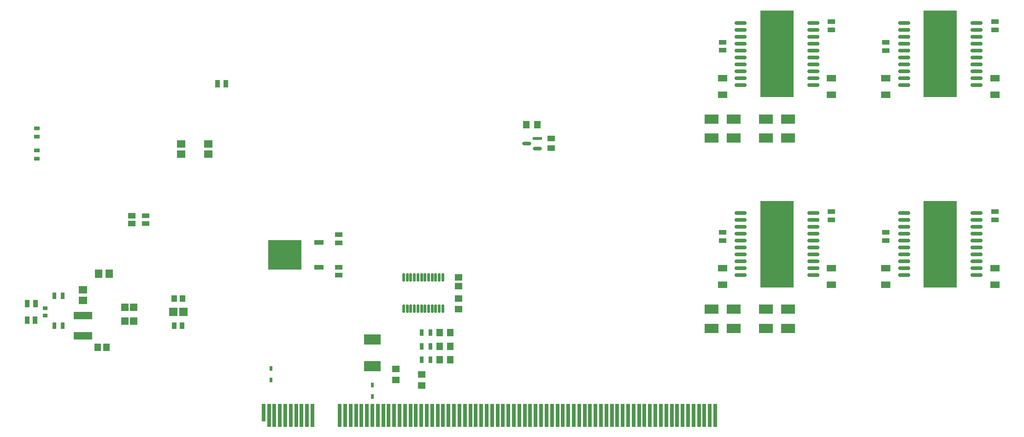
<source format=gbp>
G04*
G04 #@! TF.GenerationSoftware,Altium Limited,Altium Designer,21.3.2 (30)*
G04*
G04 Layer_Color=128*
%FSLAX25Y25*%
%MOIN*%
G70*
G04*
G04 #@! TF.SameCoordinates,B38D24C8-20F9-4C12-AD3A-4427D22FBD9A*
G04*
G04*
G04 #@! TF.FilePolarity,Positive*
G04*
G01*
G75*
%ADD19R,0.02756X0.16535*%
%ADD20R,0.02756X0.12598*%
%ADD22R,0.03150X0.04921*%
%ADD23R,0.04724X0.05709*%
%ADD24R,0.05709X0.04724*%
%ADD25R,0.05544X0.04747*%
%ADD26R,0.05315X0.03740*%
%ADD28R,0.07087X0.04921*%
%ADD29O,0.08858X0.02756*%
%ADD30R,0.24410X0.62992*%
%ADD31R,0.09843X0.06693*%
%ADD35R,0.02126X0.03386*%
%ADD38R,0.05315X0.03937*%
%ADD40R,0.06102X0.06102*%
%ADD49R,0.05315X0.06102*%
%ADD51R,0.06102X0.05512*%
%ADD52R,0.03740X0.05315*%
%ADD62R,0.12400X0.07700*%
G04:AMPARAMS|DCode=96|XSize=59.06mil|YSize=17.72mil|CornerRadius=1.95mil|HoleSize=0mil|Usage=FLASHONLY|Rotation=90.000|XOffset=0mil|YOffset=0mil|HoleType=Round|Shape=RoundedRectangle|*
%AMROUNDEDRECTD96*
21,1,0.05906,0.01382,0,0,90.0*
21,1,0.05516,0.01772,0,0,90.0*
1,1,0.00390,0.00691,0.02758*
1,1,0.00390,0.00691,-0.02758*
1,1,0.00390,-0.00691,-0.02758*
1,1,0.00390,-0.00691,0.02758*
%
%ADD96ROUNDEDRECTD96*%
%ADD97R,0.06530X0.02468*%
G04:AMPARAMS|DCode=98|XSize=65.3mil|YSize=24.68mil|CornerRadius=12.34mil|HoleSize=0mil|Usage=FLASHONLY|Rotation=180.000|XOffset=0mil|YOffset=0mil|HoleType=Round|Shape=RoundedRectangle|*
%AMROUNDEDRECTD98*
21,1,0.06530,0.00000,0,0,180.0*
21,1,0.04063,0.02468,0,0,180.0*
1,1,0.02468,-0.02031,0.00000*
1,1,0.02468,0.02031,0.00000*
1,1,0.02468,0.02031,0.00000*
1,1,0.02468,-0.02031,0.00000*
%
%ADD98ROUNDEDRECTD98*%
%ADD99R,0.07087X0.03543*%
%ADD100R,0.24410X0.21457*%
%ADD101R,0.03465X0.02638*%
%ADD102R,0.03771X0.04969*%
%ADD103R,0.03937X0.05118*%
%ADD104R,0.05118X0.05709*%
%ADD105R,0.05315X0.05709*%
%ADD106R,0.13386X0.05512*%
%ADD107R,0.06102X0.05315*%
%ADD108R,0.05315X0.04331*%
%ADD109R,0.03937X0.03150*%
D19*
X278150Y13780D02*
D03*
X270276D02*
D03*
X258465D02*
D03*
X309646D02*
D03*
X297835D02*
D03*
X286024D02*
D03*
X289961D02*
D03*
X305709D02*
D03*
X293898D02*
D03*
X266339D02*
D03*
X274213D02*
D03*
X301772D02*
D03*
X262402D02*
D03*
X282087D02*
D03*
X250590D02*
D03*
X211221D02*
D03*
X246654D02*
D03*
X234842D02*
D03*
X183661D02*
D03*
X191535D02*
D03*
X207283D02*
D03*
X242717D02*
D03*
X199409D02*
D03*
X203346D02*
D03*
X215158D02*
D03*
X187598D02*
D03*
X195472D02*
D03*
X238779D02*
D03*
X254528D02*
D03*
X321457D02*
D03*
X341142D02*
D03*
X337205D02*
D03*
X372638D02*
D03*
X349016D02*
D03*
X329331D02*
D03*
X352953D02*
D03*
X317520D02*
D03*
X356890D02*
D03*
X313583D02*
D03*
X364764D02*
D03*
X325394D02*
D03*
X345079D02*
D03*
X360827D02*
D03*
X333268D02*
D03*
X368701D02*
D03*
X376575D02*
D03*
X380512D02*
D03*
X384449D02*
D03*
X388386D02*
D03*
X392323D02*
D03*
X396260D02*
D03*
X400197D02*
D03*
X404134D02*
D03*
X408071D02*
D03*
X412008D02*
D03*
X415945D02*
D03*
X419882D02*
D03*
X423819D02*
D03*
X427756D02*
D03*
X431693D02*
D03*
X435630D02*
D03*
X439567D02*
D03*
X443504D02*
D03*
X447441D02*
D03*
X451378D02*
D03*
X455315D02*
D03*
X459252D02*
D03*
X463189D02*
D03*
X467126D02*
D03*
X471063D02*
D03*
X475000D02*
D03*
X478937D02*
D03*
X482874D02*
D03*
X486811D02*
D03*
X490748D02*
D03*
X494685D02*
D03*
X498622D02*
D03*
X502559D02*
D03*
X506496D02*
D03*
D20*
X179724Y15748D02*
D03*
D22*
X294094Y63779D02*
D03*
X300394D02*
D03*
X294094Y53937D02*
D03*
X300394D02*
D03*
X294094Y73622D02*
D03*
X300394D02*
D03*
X34646Y100394D02*
D03*
X28346D02*
D03*
X34646Y78740D02*
D03*
X28346D02*
D03*
D23*
X307087Y53937D02*
D03*
X314961D02*
D03*
X307087Y63779D02*
D03*
X314961D02*
D03*
X307087Y73622D02*
D03*
X314961D02*
D03*
X369882Y224410D02*
D03*
X377756D02*
D03*
D24*
X275590Y39370D02*
D03*
Y47244D02*
D03*
X294094Y35433D02*
D03*
Y43307D02*
D03*
X320866Y90551D02*
D03*
Y98425D02*
D03*
D25*
Y113779D02*
D03*
Y107274D02*
D03*
D26*
X629921Y146201D02*
D03*
Y140295D02*
D03*
X511811Y146201D02*
D03*
Y140295D02*
D03*
X629921Y283996D02*
D03*
Y278091D02*
D03*
X511811Y284055D02*
D03*
Y278150D02*
D03*
X708661Y293091D02*
D03*
Y298996D02*
D03*
X590551Y293110D02*
D03*
Y299016D02*
D03*
Y161201D02*
D03*
Y155295D02*
D03*
X708662Y155295D02*
D03*
Y161201D02*
D03*
X234252Y121063D02*
D03*
Y115157D02*
D03*
Y138779D02*
D03*
Y144685D02*
D03*
X94488Y152559D02*
D03*
Y158465D02*
D03*
D28*
X629921Y257972D02*
D03*
Y245965D02*
D03*
X708661Y257972D02*
D03*
Y245965D02*
D03*
X590551Y257972D02*
D03*
Y245965D02*
D03*
X511811Y257972D02*
D03*
Y245965D02*
D03*
X708661Y120177D02*
D03*
Y108169D02*
D03*
X629921Y120177D02*
D03*
Y108169D02*
D03*
X590551D02*
D03*
Y120177D02*
D03*
X511811Y108169D02*
D03*
Y120177D02*
D03*
D29*
X695571Y298091D02*
D03*
Y293091D02*
D03*
Y288090D02*
D03*
Y283090D02*
D03*
Y278091D02*
D03*
Y273091D02*
D03*
Y268091D02*
D03*
Y263090D02*
D03*
Y258090D02*
D03*
Y253091D02*
D03*
X643012Y298091D02*
D03*
Y293091D02*
D03*
Y288090D02*
D03*
Y283090D02*
D03*
Y278091D02*
D03*
Y273091D02*
D03*
Y268091D02*
D03*
Y263090D02*
D03*
Y258090D02*
D03*
Y253091D02*
D03*
X577461Y160295D02*
D03*
Y155295D02*
D03*
Y150295D02*
D03*
Y145295D02*
D03*
Y140295D02*
D03*
Y135295D02*
D03*
Y130295D02*
D03*
Y125295D02*
D03*
Y120295D02*
D03*
Y115295D02*
D03*
X524902Y160295D02*
D03*
Y155295D02*
D03*
Y150295D02*
D03*
Y145295D02*
D03*
Y140295D02*
D03*
Y135295D02*
D03*
Y130295D02*
D03*
Y125295D02*
D03*
Y120295D02*
D03*
Y115295D02*
D03*
X695571Y160295D02*
D03*
Y155295D02*
D03*
Y150295D02*
D03*
Y145295D02*
D03*
Y140295D02*
D03*
Y135295D02*
D03*
Y130295D02*
D03*
Y125295D02*
D03*
Y120295D02*
D03*
Y115295D02*
D03*
X643012Y160295D02*
D03*
Y155295D02*
D03*
Y150295D02*
D03*
Y145295D02*
D03*
Y140295D02*
D03*
Y135295D02*
D03*
Y130295D02*
D03*
Y125295D02*
D03*
Y120295D02*
D03*
Y115295D02*
D03*
X577461Y298091D02*
D03*
Y293091D02*
D03*
Y288090D02*
D03*
Y283090D02*
D03*
Y278091D02*
D03*
Y273091D02*
D03*
Y268091D02*
D03*
Y263090D02*
D03*
Y258090D02*
D03*
Y253091D02*
D03*
X524902Y298091D02*
D03*
Y293091D02*
D03*
Y288090D02*
D03*
Y283090D02*
D03*
Y278091D02*
D03*
Y273091D02*
D03*
Y268091D02*
D03*
Y263090D02*
D03*
Y258090D02*
D03*
Y253091D02*
D03*
D30*
X669291Y275590D02*
D03*
X551181Y137795D02*
D03*
X669291D02*
D03*
X551181Y275590D02*
D03*
D31*
X559055Y228346D02*
D03*
X543307D02*
D03*
Y214567D02*
D03*
X559055D02*
D03*
X519685Y228346D02*
D03*
X503937D02*
D03*
Y214567D02*
D03*
X519685D02*
D03*
X559055Y90551D02*
D03*
X543307D02*
D03*
Y76772D02*
D03*
X559055D02*
D03*
X519685Y90551D02*
D03*
X503937D02*
D03*
Y76772D02*
D03*
X519685D02*
D03*
D35*
X185039Y47795D02*
D03*
Y39370D02*
D03*
X258465Y35709D02*
D03*
Y27283D02*
D03*
D38*
X387795Y214370D02*
D03*
Y207283D02*
D03*
D40*
X121752Y88583D02*
D03*
X114469D02*
D03*
D49*
X68110Y116142D02*
D03*
X60433D02*
D03*
D51*
X120079Y202953D02*
D03*
Y210433D02*
D03*
X139764Y202953D02*
D03*
Y210433D02*
D03*
D52*
X14567Y82677D02*
D03*
X8661D02*
D03*
X14764Y94488D02*
D03*
X8858D02*
D03*
X146653Y253937D02*
D03*
X152559D02*
D03*
D62*
X258465Y49405D02*
D03*
Y68705D02*
D03*
D96*
X309350Y90945D02*
D03*
X306791D02*
D03*
X304232D02*
D03*
X301673D02*
D03*
X299114D02*
D03*
X296555D02*
D03*
X293996D02*
D03*
X291437D02*
D03*
X288878D02*
D03*
X286319D02*
D03*
X283760D02*
D03*
X281201D02*
D03*
Y113779D02*
D03*
X283760D02*
D03*
X286319D02*
D03*
X288878D02*
D03*
X291437D02*
D03*
X293996D02*
D03*
X296555D02*
D03*
X299114D02*
D03*
X301673D02*
D03*
X304232D02*
D03*
X306791D02*
D03*
X309350D02*
D03*
D97*
X377769Y214232D02*
D03*
D98*
Y207028D02*
D03*
X370079Y210630D02*
D03*
D99*
X219685Y138898D02*
D03*
Y120945D02*
D03*
D100*
X195276Y129921D02*
D03*
D101*
X21654Y91201D02*
D03*
Y85965D02*
D03*
D102*
X115247Y78740D02*
D03*
X120973D02*
D03*
D103*
X121063Y98425D02*
D03*
X115157D02*
D03*
D104*
X66142Y62992D02*
D03*
X59842D02*
D03*
D105*
X79429Y82067D02*
D03*
X85925D02*
D03*
X79429Y92067D02*
D03*
X85925D02*
D03*
D106*
X49213Y86024D02*
D03*
Y71457D02*
D03*
D107*
Y104626D02*
D03*
Y96949D02*
D03*
D108*
X84646Y158268D02*
D03*
Y152756D02*
D03*
D109*
X15748Y205610D02*
D03*
Y199705D02*
D03*
Y215650D02*
D03*
Y221555D02*
D03*
M02*

</source>
